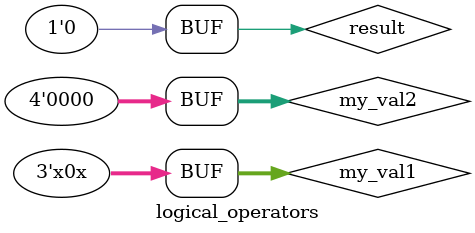
<source format=v>
module logical_operators();

    reg [2:0] my_val1 = 3'b111;
    reg [3:0] my_val2 = 4'b0000;
    reg result;

    initial begin
        $dumpfile("logical_operators.vcd");
        $dumpvars(0, logical_operators);
        $monitor("MON my_val1=%b, my_val2=%b, result=%b", my_val1, my_val2, result);
    end

    initial begin
        result = !my_val1;
        #1;
        result = !my_val2;

        #1;
        result = my_val1 && my_val2;

        #1;
        result = my_val1 || my_val2;

        #1;
        my_val1 = 3'bx0X; //addding some unkown bits
        result = !my_val1;

        #1;
        result = my_val1 || my_val2;

        #1;
        result = my_val1 && my_val2;
    end
endmodule
</source>
